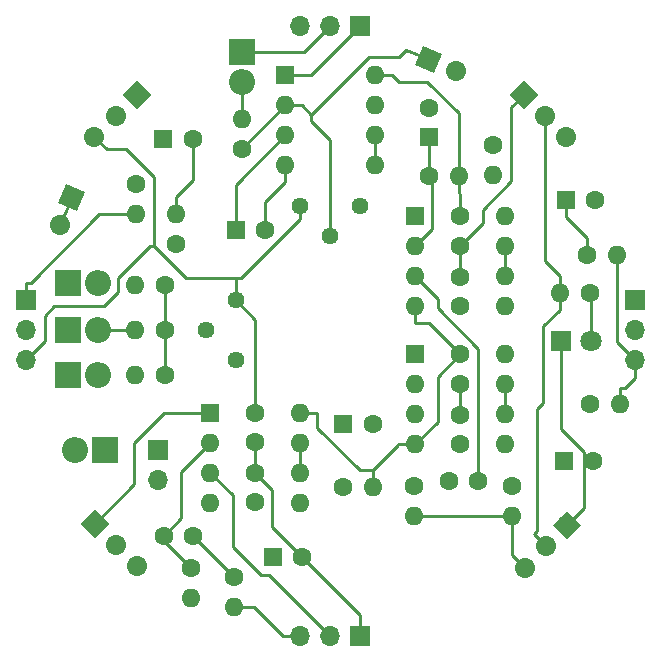
<source format=gbr>
G04 #@! TF.GenerationSoftware,KiCad,Pcbnew,5.0.2-bee76a0~70~ubuntu18.04.1*
G04 #@! TF.CreationDate,2019-07-07T08:40:30+02:00*
G04 #@! TF.ProjectId,neuromime_1.0.1,6e657572-6f6d-4696-9d65-5f312e302e31,rev?*
G04 #@! TF.SameCoordinates,Original*
G04 #@! TF.FileFunction,Copper,L1,Top*
G04 #@! TF.FilePolarity,Positive*
%FSLAX46Y46*%
G04 Gerber Fmt 4.6, Leading zero omitted, Abs format (unit mm)*
G04 Created by KiCad (PCBNEW 5.0.2-bee76a0~70~ubuntu18.04.1) date Sun 07 Jul 2019 08:40:30 AM CEST*
%MOMM*%
%LPD*%
G01*
G04 APERTURE LIST*
G04 #@! TA.AperFunction,ComponentPad*
%ADD10O,1.700000X1.700000*%
G04 #@! TD*
G04 #@! TA.AperFunction,ComponentPad*
%ADD11R,1.700000X1.700000*%
G04 #@! TD*
G04 #@! TA.AperFunction,ComponentPad*
%ADD12R,1.800000X1.800000*%
G04 #@! TD*
G04 #@! TA.AperFunction,ComponentPad*
%ADD13C,1.800000*%
G04 #@! TD*
G04 #@! TA.AperFunction,ComponentPad*
%ADD14R,2.200000X2.200000*%
G04 #@! TD*
G04 #@! TA.AperFunction,ComponentPad*
%ADD15O,2.200000X2.200000*%
G04 #@! TD*
G04 #@! TA.AperFunction,ComponentPad*
%ADD16C,1.700000*%
G04 #@! TD*
G04 #@! TA.AperFunction,Conductor*
%ADD17C,1.700000*%
G04 #@! TD*
G04 #@! TA.AperFunction,Conductor*
%ADD18C,0.150000*%
G04 #@! TD*
G04 #@! TA.AperFunction,ComponentPad*
%ADD19C,1.600000*%
G04 #@! TD*
G04 #@! TA.AperFunction,ComponentPad*
%ADD20R,1.600000X1.600000*%
G04 #@! TD*
G04 #@! TA.AperFunction,ComponentPad*
%ADD21O,1.600000X1.600000*%
G04 #@! TD*
G04 #@! TA.AperFunction,ComponentPad*
%ADD22C,1.440000*%
G04 #@! TD*
G04 #@! TA.AperFunction,Conductor*
%ADD23C,0.250000*%
G04 #@! TD*
G04 APERTURE END LIST*
D10*
G04 #@! TO.P,K1,3*
G04 #@! TO.N,VCC*
X147460000Y-24219000D03*
G04 #@! TO.P,K1,2*
G04 #@! TO.N,Net-(D1-Pad1)*
X150000000Y-24219000D03*
D11*
G04 #@! TO.P,K1,1*
G04 #@! TO.N,GND*
X152540000Y-24219000D03*
G04 #@! TD*
D12*
G04 #@! TO.P,D6,1*
G04 #@! TO.N,GND*
X169558000Y-50889000D03*
D13*
G04 #@! TO.P,D6,2*
G04 #@! TO.N,Net-(D6-Pad2)*
X172098000Y-50889000D03*
G04 #@! TD*
D14*
G04 #@! TO.P,D5,1*
G04 #@! TO.N,Net-(D5-Pad1)*
X130950000Y-60160000D03*
D15*
G04 #@! TO.P,D5,2*
G04 #@! TO.N,refractory*
X128410000Y-60160000D03*
G04 #@! TD*
D14*
G04 #@! TO.P,D4,1*
G04 #@! TO.N,Net-(D4-Pad1)*
X127775000Y-50000000D03*
D15*
G04 #@! TO.P,D4,2*
G04 #@! TO.N,Net-(D4-Pad2)*
X130315000Y-50000000D03*
G04 #@! TD*
G04 #@! TO.P,D3,2*
G04 #@! TO.N,Net-(D3-Pad2)*
X130315000Y-53810000D03*
D14*
G04 #@! TO.P,D3,1*
G04 #@! TO.N,Net-(D3-Pad1)*
X127775000Y-53810000D03*
G04 #@! TD*
D11*
G04 #@! TO.P,W3,1*
G04 #@! TO.N,Net-(D5-Pad1)*
X135395000Y-60160000D03*
D10*
G04 #@! TO.P,W3,2*
G04 #@! TO.N,Net-(P5-Pad2)*
X135395000Y-62700000D03*
G04 #@! TD*
D16*
G04 #@! TO.P,P2,3*
G04 #@! TO.N,VCC*
X169975102Y-33653102D03*
D17*
G04 #@! TD*
G04 #@! TO.N,VCC*
G04 #@! TO.C,P2*
X169975102Y-33653102D02*
X169975102Y-33653102D01*
D16*
G04 #@! TO.P,P2,2*
G04 #@! TO.N,Net-(P2-Pad2)*
X168179051Y-31857051D03*
D17*
G04 #@! TD*
G04 #@! TO.N,Net-(P2-Pad2)*
G04 #@! TO.C,P2*
X168179051Y-31857051D02*
X168179051Y-31857051D01*
D16*
G04 #@! TO.P,P2,1*
G04 #@! TO.N,GND*
X166383000Y-30061000D03*
D18*
G04 #@! TD*
G04 #@! TO.N,GND*
G04 #@! TO.C,P2*
G36*
X166383000Y-31263082D02*
X165180918Y-30061000D01*
X166383000Y-28858918D01*
X167585082Y-30061000D01*
X166383000Y-31263082D01*
X166383000Y-31263082D01*
G37*
D16*
G04 #@! TO.P,P4,3*
G04 #@! TO.N,VCC*
X166473898Y-70102102D03*
D17*
G04 #@! TD*
G04 #@! TO.N,VCC*
G04 #@! TO.C,P4*
X166473898Y-70102102D02*
X166473898Y-70102102D01*
D16*
G04 #@! TO.P,P4,2*
G04 #@! TO.N,Net-(P2-Pad2)*
X168269949Y-68306051D03*
D17*
G04 #@! TD*
G04 #@! TO.N,Net-(P2-Pad2)*
G04 #@! TO.C,P4*
X168269949Y-68306051D02*
X168269949Y-68306051D01*
D16*
G04 #@! TO.P,P4,1*
G04 #@! TO.N,GND*
X170066000Y-66510000D03*
D18*
G04 #@! TD*
G04 #@! TO.N,GND*
G04 #@! TO.C,P4*
G36*
X168863918Y-66510000D02*
X170066000Y-65307918D01*
X171268082Y-66510000D01*
X170066000Y-67712082D01*
X168863918Y-66510000D01*
X168863918Y-66510000D01*
G37*
D19*
G04 #@! TO.P,C4,2*
G04 #@! TO.N,GND*
X138340000Y-33807500D03*
D20*
G04 #@! TO.P,C4,1*
G04 #@! TO.N,refractory*
X135840000Y-33807500D03*
G04 #@! TD*
D16*
G04 #@! TO.P,K2,3*
G04 #@! TO.N,VCC*
X130024898Y-33653102D03*
D17*
G04 #@! TD*
G04 #@! TO.N,VCC*
G04 #@! TO.C,K2*
X130024898Y-33653102D02*
X130024898Y-33653102D01*
D16*
G04 #@! TO.P,K2,2*
G04 #@! TO.N,Net-(D2-Pad1)*
X131820949Y-31857051D03*
D17*
G04 #@! TD*
G04 #@! TO.N,Net-(D2-Pad1)*
G04 #@! TO.C,K2*
X131820949Y-31857051D02*
X131820949Y-31857051D01*
D16*
G04 #@! TO.P,K2,1*
G04 #@! TO.N,GND*
X133617000Y-30061000D03*
D18*
G04 #@! TD*
G04 #@! TO.N,GND*
G04 #@! TO.C,K2*
G36*
X132414918Y-30061000D02*
X133617000Y-28858918D01*
X134819082Y-30061000D01*
X133617000Y-31263082D01*
X132414918Y-30061000D01*
X132414918Y-30061000D01*
G37*
D21*
G04 #@! TO.P,R2,2*
G04 #@! TO.N,Net-(D2-Pad2)*
X133490000Y-46190000D03*
D19*
G04 #@! TO.P,R2,1*
G04 #@! TO.N,Net-(C5-Pad1)*
X136030000Y-46190000D03*
G04 #@! TD*
D20*
G04 #@! TO.P,U4,1*
G04 #@! TO.N,GND*
X139840000Y-56985000D03*
D21*
G04 #@! TO.P,U4,5*
G04 #@! TO.N,Net-(C16-Pad1)*
X147460000Y-64605000D03*
G04 #@! TO.P,U4,2*
G04 #@! TO.N,Net-(C11-Pad1)*
X139840000Y-59525000D03*
G04 #@! TO.P,U4,6*
G04 #@! TO.N,Net-(C17-Pad1)*
X147460000Y-62065000D03*
G04 #@! TO.P,U4,3*
G04 #@! TO.N,Net-(P5-Pad2)*
X139840000Y-62065000D03*
G04 #@! TO.P,U4,7*
G04 #@! TO.N,Net-(C17-Pad1)*
X147460000Y-59525000D03*
G04 #@! TO.P,U4,4*
G04 #@! TO.N,VCC*
X139840000Y-64605000D03*
G04 #@! TO.P,U4,8*
X147460000Y-56985000D03*
G04 #@! TD*
D20*
G04 #@! TO.P,C14,1*
G04 #@! TO.N,Net-(C14-Pad1)*
X169748000Y-61049000D03*
D19*
G04 #@! TO.P,C14,2*
G04 #@! TO.N,GND*
X172248000Y-61049000D03*
G04 #@! TD*
G04 #@! TO.P,R14,1*
G04 #@! TO.N,Net-(C14-Pad1)*
X171971000Y-56286500D03*
D21*
G04 #@! TO.P,R14,2*
G04 #@! TO.N,VCC*
X174511000Y-56286500D03*
G04 #@! TD*
D19*
G04 #@! TO.P,C11,1*
G04 #@! TO.N,Net-(C11-Pad1)*
X135880000Y-67399000D03*
G04 #@! TO.P,C11,2*
G04 #@! TO.N,Net-(C10-Pad2)*
X138380000Y-67399000D03*
G04 #@! TD*
G04 #@! TO.P,C12,2*
G04 #@! TO.N,GND*
X160986000Y-54532000D03*
G04 #@! TO.P,C12,1*
G04 #@! TO.N,VCC*
X160986000Y-52032000D03*
G04 #@! TD*
G04 #@! TO.P,C13,2*
G04 #@! TO.N,GND*
X160986000Y-42848000D03*
G04 #@! TO.P,C13,1*
G04 #@! TO.N,VCC*
X160986000Y-40348000D03*
G04 #@! TD*
G04 #@! TO.P,C15,1*
G04 #@! TO.N,Net-(C15-Pad1)*
X160986000Y-59652000D03*
G04 #@! TO.P,C15,2*
G04 #@! TO.N,GND*
X160986000Y-57152000D03*
G04 #@! TD*
G04 #@! TO.P,C16,1*
G04 #@! TO.N,Net-(C16-Pad1)*
X143650000Y-64565000D03*
G04 #@! TO.P,C16,2*
G04 #@! TO.N,GND*
X143650000Y-62065000D03*
G04 #@! TD*
G04 #@! TO.P,C17,2*
G04 #@! TO.N,GND*
X153580000Y-57937500D03*
D20*
G04 #@! TO.P,C17,1*
G04 #@! TO.N,Net-(C17-Pad1)*
X151080000Y-57937500D03*
G04 #@! TD*
G04 #@! TO.P,U1,1*
G04 #@! TO.N,GND*
X146190000Y-28410000D03*
D21*
G04 #@! TO.P,U1,5*
G04 #@! TO.N,Net-(U1-Pad5)*
X153810000Y-36030000D03*
G04 #@! TO.P,U1,2*
G04 #@! TO.N,refractory*
X146190000Y-30950000D03*
G04 #@! TO.P,U1,6*
G04 #@! TO.N,Net-(U1-Pad5)*
X153810000Y-33490000D03*
G04 #@! TO.P,U1,3*
G04 #@! TO.N,Net-(C5-Pad1)*
X146190000Y-33490000D03*
G04 #@! TO.P,U1,7*
G04 #@! TO.N,Net-(C6-Pad2)*
X153810000Y-30950000D03*
G04 #@! TO.P,U1,4*
G04 #@! TO.N,GND*
X146190000Y-36030000D03*
G04 #@! TO.P,U1,8*
G04 #@! TO.N,VCC*
X153810000Y-28410000D03*
G04 #@! TD*
G04 #@! TO.P,U2,8*
G04 #@! TO.N,VCC*
X164796000Y-40348000D03*
G04 #@! TO.P,U2,4*
X157176000Y-47968000D03*
G04 #@! TO.P,U2,7*
G04 #@! TO.N,Net-(C8-Pad1)*
X164796000Y-42888000D03*
G04 #@! TO.P,U2,3*
G04 #@! TO.N,Net-(C10-Pad2)*
X157176000Y-45428000D03*
G04 #@! TO.P,U2,6*
G04 #@! TO.N,Net-(C8-Pad1)*
X164796000Y-45428000D03*
G04 #@! TO.P,U2,2*
G04 #@! TO.N,Net-(C6-Pad1)*
X157176000Y-42888000D03*
G04 #@! TO.P,U2,5*
G04 #@! TO.N,Net-(C9-Pad1)*
X164796000Y-47968000D03*
D20*
G04 #@! TO.P,U2,1*
G04 #@! TO.N,GND*
X157176000Y-40348000D03*
G04 #@! TD*
G04 #@! TO.P,U3,1*
G04 #@! TO.N,GND*
X157176000Y-52032000D03*
D21*
G04 #@! TO.P,U3,5*
G04 #@! TO.N,Net-(C15-Pad1)*
X164796000Y-59652000D03*
G04 #@! TO.P,U3,2*
G04 #@! TO.N,Net-(C10-Pad1)*
X157176000Y-54572000D03*
G04 #@! TO.P,U3,6*
G04 #@! TO.N,Net-(C14-Pad1)*
X164796000Y-57112000D03*
G04 #@! TO.P,U3,3*
G04 #@! TO.N,Net-(P2-Pad2)*
X157176000Y-57112000D03*
G04 #@! TO.P,U3,7*
G04 #@! TO.N,Net-(C14-Pad1)*
X164796000Y-54572000D03*
G04 #@! TO.P,U3,4*
G04 #@! TO.N,VCC*
X157176000Y-59652000D03*
G04 #@! TO.P,U3,8*
X164796000Y-52032000D03*
G04 #@! TD*
G04 #@! TO.P,R12,2*
G04 #@! TO.N,VCC*
X157048000Y-65748000D03*
D19*
G04 #@! TO.P,R12,1*
G04 #@! TO.N,Net-(C10-Pad1)*
X157048000Y-63208000D03*
G04 #@! TD*
D22*
G04 #@! TO.P,RV1,3*
G04 #@! TO.N,VCC*
X147460000Y-39522500D03*
G04 #@! TO.P,RV1,2*
G04 #@! TO.N,refractory*
X150000000Y-42062500D03*
G04 #@! TO.P,RV1,1*
G04 #@! TO.N,GND*
X152540000Y-39522500D03*
G04 #@! TD*
D19*
G04 #@! TO.P,R4,1*
G04 #@! TO.N,Net-(C5-Pad1)*
X136030000Y-50000000D03*
D21*
G04 #@! TO.P,R4,2*
G04 #@! TO.N,Net-(D4-Pad2)*
X133490000Y-50000000D03*
G04 #@! TD*
D11*
G04 #@! TO.P,K4,1*
G04 #@! TO.N,GND*
X124219000Y-47460000D03*
D10*
G04 #@! TO.P,K4,2*
G04 #@! TO.N,Net-(D4-Pad1)*
X124219000Y-50000000D03*
G04 #@! TO.P,K4,3*
G04 #@! TO.N,VCC*
X124219000Y-52540000D03*
G04 #@! TD*
D20*
G04 #@! TO.P,C5,1*
G04 #@! TO.N,Net-(C5-Pad1)*
X141999000Y-41491000D03*
D19*
G04 #@! TO.P,C5,2*
G04 #@! TO.N,GND*
X144499000Y-41491000D03*
G04 #@! TD*
G04 #@! TO.P,R13,1*
G04 #@! TO.N,Net-(C11-Pad1)*
X138189000Y-70129500D03*
D21*
G04 #@! TO.P,R13,2*
G04 #@! TO.N,VCC*
X138189000Y-72669500D03*
G04 #@! TD*
D20*
G04 #@! TO.P,C1,1*
G04 #@! TO.N,VCC*
X145110000Y-69177000D03*
D19*
G04 #@! TO.P,C1,2*
G04 #@! TO.N,GND*
X147610000Y-69177000D03*
G04 #@! TD*
G04 #@! TO.P,R10,1*
G04 #@! TO.N,Net-(C10-Pad2)*
X165367000Y-63208000D03*
D21*
G04 #@! TO.P,R10,2*
G04 #@! TO.N,VCC*
X165367000Y-65748000D03*
G04 #@! TD*
G04 #@! TO.P,R15,2*
G04 #@! TO.N,Net-(P2-Pad2)*
X169431000Y-46825000D03*
D19*
G04 #@! TO.P,R15,1*
G04 #@! TO.N,Net-(D6-Pad2)*
X171971000Y-46825000D03*
G04 #@! TD*
D22*
G04 #@! TO.P,RV2,1*
G04 #@! TO.N,GND*
X141999000Y-52540000D03*
G04 #@! TO.P,RV2,2*
G04 #@! TO.N,Net-(C5-Pad1)*
X139459000Y-50000000D03*
G04 #@! TO.P,RV2,3*
G04 #@! TO.N,VCC*
X141999000Y-47460000D03*
G04 #@! TD*
D11*
G04 #@! TO.P,P5,1*
G04 #@! TO.N,GND*
X152540000Y-75908000D03*
D10*
G04 #@! TO.P,P5,2*
G04 #@! TO.N,Net-(P5-Pad2)*
X150000000Y-75908000D03*
G04 #@! TO.P,P5,3*
G04 #@! TO.N,VCC*
X147460000Y-75908000D03*
G04 #@! TD*
D19*
G04 #@! TO.P,C7,2*
G04 #@! TO.N,GND*
X143650000Y-59485000D03*
G04 #@! TO.P,C7,1*
G04 #@! TO.N,VCC*
X143650000Y-56985000D03*
G04 #@! TD*
G04 #@! TO.P,C8,2*
G04 #@! TO.N,GND*
X172439000Y-38951000D03*
D20*
G04 #@! TO.P,C8,1*
G04 #@! TO.N,Net-(C8-Pad1)*
X169939000Y-38951000D03*
G04 #@! TD*
D19*
G04 #@! TO.P,C9,1*
G04 #@! TO.N,Net-(C9-Pad1)*
X160986000Y-47968000D03*
G04 #@! TO.P,C9,2*
G04 #@! TO.N,GND*
X160986000Y-45468000D03*
G04 #@! TD*
G04 #@! TO.P,C10,1*
G04 #@! TO.N,Net-(C10-Pad1)*
X160033000Y-62763500D03*
G04 #@! TO.P,C10,2*
G04 #@! TO.N,Net-(C10-Pad2)*
X162533000Y-62763500D03*
G04 #@! TD*
D21*
G04 #@! TO.P,R1,2*
G04 #@! TO.N,Net-(D1-Pad2)*
X142520000Y-32139500D03*
D19*
G04 #@! TO.P,R1,1*
G04 #@! TO.N,refractory*
X142520000Y-34679500D03*
G04 #@! TD*
G04 #@! TO.P,R3,1*
G04 #@! TO.N,Net-(C5-Pad1)*
X136030000Y-53810000D03*
D21*
G04 #@! TO.P,R3,2*
G04 #@! TO.N,Net-(D3-Pad2)*
X133490000Y-53810000D03*
G04 #@! TD*
G04 #@! TO.P,R11,2*
G04 #@! TO.N,VCC*
X141872000Y-73431500D03*
D19*
G04 #@! TO.P,R11,1*
G04 #@! TO.N,Net-(C10-Pad2)*
X141872000Y-70891500D03*
G04 #@! TD*
D16*
G04 #@! TO.P,W1,1*
G04 #@! TO.N,refractory*
X158318000Y-27076500D03*
D18*
G04 #@! TD*
G04 #@! TO.N,refractory*
G04 #@! TO.C,W1*
G36*
X158787691Y-28183022D02*
X157211478Y-27546191D01*
X157848309Y-25969978D01*
X159424522Y-26606809D01*
X158787691Y-28183022D01*
X158787691Y-28183022D01*
G37*
D16*
G04 #@! TO.P,W1,2*
G04 #@! TO.N,refractory*
X160673047Y-28028001D03*
D17*
G04 #@! TD*
G04 #@! TO.N,refractory*
G04 #@! TO.C,W1*
X160673047Y-28028001D02*
X160673047Y-28028001D01*
D19*
G04 #@! TO.P,R16,1*
G04 #@! TO.N,Net-(C17-Pad1)*
X151080000Y-63271500D03*
D21*
G04 #@! TO.P,R16,2*
G04 #@! TO.N,VCC*
X153620000Y-63271500D03*
G04 #@! TD*
D14*
G04 #@! TO.P,D2,1*
G04 #@! TO.N,Net-(D2-Pad1)*
X127775000Y-45999500D03*
D15*
G04 #@! TO.P,D2,2*
G04 #@! TO.N,Net-(D2-Pad2)*
X130315000Y-45999500D03*
G04 #@! TD*
G04 #@! TO.P,D1,2*
G04 #@! TO.N,Net-(D1-Pad2)*
X142520000Y-28964500D03*
D14*
G04 #@! TO.P,D1,1*
G04 #@! TO.N,Net-(D1-Pad1)*
X142520000Y-26424500D03*
G04 #@! TD*
D21*
G04 #@! TO.P,R9,2*
G04 #@! TO.N,VCC*
X174257000Y-43650000D03*
D19*
G04 #@! TO.P,R9,1*
G04 #@! TO.N,Net-(C8-Pad1)*
X171717000Y-43650000D03*
G04 #@! TD*
D11*
G04 #@! TO.P,P3,1*
G04 #@! TO.N,GND*
X175781000Y-47460000D03*
D10*
G04 #@! TO.P,P3,2*
G04 #@! TO.N,Net-(P2-Pad2)*
X175781000Y-50000000D03*
G04 #@! TO.P,P3,3*
G04 #@! TO.N,VCC*
X175781000Y-52540000D03*
G04 #@! TD*
D16*
G04 #@! TO.P,W2,2*
G04 #@! TO.N,Net-(C5-Pad1)*
X127140499Y-41115547D03*
D17*
G04 #@! TD*
G04 #@! TO.N,Net-(C5-Pad1)*
G04 #@! TO.C,W2*
X127140499Y-41115547D02*
X127140499Y-41115547D01*
D16*
G04 #@! TO.P,W2,1*
G04 #@! TO.N,Net-(C5-Pad1)*
X128092000Y-38760500D03*
D18*
G04 #@! TD*
G04 #@! TO.N,Net-(C5-Pad1)*
G04 #@! TO.C,W2*
G36*
X126985478Y-39230191D02*
X127622309Y-37653978D01*
X129198522Y-38290809D01*
X128561691Y-39867022D01*
X126985478Y-39230191D01*
X126985478Y-39230191D01*
G37*
D20*
G04 #@! TO.P,C6,1*
G04 #@! TO.N,Net-(C6-Pad1)*
X158382000Y-33680500D03*
D19*
G04 #@! TO.P,C6,2*
G04 #@! TO.N,Net-(C6-Pad2)*
X158382000Y-31180500D03*
G04 #@! TD*
D21*
G04 #@! TO.P,R5,2*
G04 #@! TO.N,GND*
X133554000Y-40157500D03*
D19*
G04 #@! TO.P,R5,1*
G04 #@! TO.N,refractory*
X133554000Y-37617500D03*
G04 #@! TD*
G04 #@! TO.P,R7,1*
G04 #@! TO.N,Net-(C6-Pad2)*
X163780000Y-34315500D03*
D21*
G04 #@! TO.P,R7,2*
G04 #@! TO.N,VCC*
X163780000Y-36855500D03*
G04 #@! TD*
D19*
G04 #@! TO.P,R8,1*
G04 #@! TO.N,Net-(C6-Pad1)*
X158318000Y-36919000D03*
D21*
G04 #@! TO.P,R8,2*
G04 #@! TO.N,VCC*
X160858000Y-36919000D03*
G04 #@! TD*
D16*
G04 #@! TO.P,K3,1*
G04 #@! TO.N,GND*
X130061000Y-66383000D03*
D18*
G04 #@! TD*
G04 #@! TO.N,GND*
G04 #@! TO.C,K3*
G36*
X130061000Y-67585082D02*
X128858918Y-66383000D01*
X130061000Y-65180918D01*
X131263082Y-66383000D01*
X130061000Y-67585082D01*
X130061000Y-67585082D01*
G37*
D16*
G04 #@! TO.P,K3,2*
G04 #@! TO.N,Net-(D3-Pad1)*
X131857051Y-68179051D03*
D17*
G04 #@! TD*
G04 #@! TO.N,Net-(D3-Pad1)*
G04 #@! TO.C,K3*
X131857051Y-68179051D02*
X131857051Y-68179051D01*
D16*
G04 #@! TO.P,K3,3*
G04 #@! TO.N,VCC*
X133653102Y-69975102D03*
D17*
G04 #@! TD*
G04 #@! TO.N,VCC*
G04 #@! TO.C,K3*
X133653102Y-69975102D02*
X133653102Y-69975102D01*
D21*
G04 #@! TO.P,R6,2*
G04 #@! TO.N,GND*
X136919000Y-40157500D03*
D19*
G04 #@! TO.P,R6,1*
G04 #@! TO.N,Net-(C5-Pad1)*
X136919000Y-42697500D03*
G04 #@! TD*
D23*
G04 #@! TO.N,GND*
X139840000Y-56985000D02*
X135961400Y-56985000D01*
X135961400Y-56985000D02*
X133389300Y-59557100D01*
X133389300Y-59557100D02*
X133389300Y-63054700D01*
X133389300Y-63054700D02*
X130061000Y-66383000D01*
X143650000Y-62065000D02*
X145075200Y-63490200D01*
X145075200Y-63490200D02*
X145075200Y-66642200D01*
X145075200Y-66642200D02*
X147610000Y-69177000D01*
X143650000Y-59485000D02*
X143650000Y-62065000D01*
X124219000Y-47460000D02*
X124219000Y-45984900D01*
X133554000Y-40157500D02*
X130450900Y-40157500D01*
X130450900Y-40157500D02*
X124623500Y-45984900D01*
X124623500Y-45984900D02*
X124219000Y-45984900D01*
X171523000Y-61049000D02*
X171523000Y-65053000D01*
X171523000Y-65053000D02*
X170066000Y-66510000D01*
X169558000Y-50889000D02*
X169558000Y-58359000D01*
X169558000Y-58359000D02*
X171523000Y-60324000D01*
X171523000Y-60324000D02*
X171523000Y-61049000D01*
X171523000Y-61049000D02*
X172248000Y-61049000D01*
X160986000Y-45468000D02*
X160986000Y-42848000D01*
X136919000Y-40157500D02*
X136919000Y-38732400D01*
X136919000Y-38732400D02*
X138340000Y-37311400D01*
X138340000Y-37311400D02*
X138340000Y-33807500D01*
X166383000Y-30061000D02*
X165340000Y-31104000D01*
X165340000Y-31104000D02*
X165340000Y-31104100D01*
X165340000Y-31104100D02*
X165340000Y-37375200D01*
X165340000Y-37375200D02*
X162891000Y-39824200D01*
X162891000Y-39824200D02*
X162891000Y-40943000D01*
X162891000Y-40943000D02*
X160986000Y-42848000D01*
X146190000Y-28410000D02*
X148349000Y-28410000D01*
X148349000Y-28410000D02*
X152540000Y-24219000D01*
X146190000Y-36030000D02*
X146190000Y-37455100D01*
X144499000Y-41491000D02*
X144499000Y-39146100D01*
X144499000Y-39146100D02*
X146190000Y-37455100D01*
X152540000Y-75908000D02*
X152540000Y-74107000D01*
X152540000Y-74107000D02*
X147610000Y-69177000D01*
X160986000Y-54532000D02*
X160986000Y-57152000D01*
G04 #@! TO.N,VCC*
X135041100Y-42884700D02*
X135041100Y-37068300D01*
X135041100Y-37068300D02*
X132668900Y-34696100D01*
X132668900Y-34696100D02*
X131068000Y-34696100D01*
X141999000Y-45603700D02*
X137760100Y-45603700D01*
X137760100Y-45603700D02*
X135041100Y-42884700D01*
X124219000Y-52540000D02*
X125860800Y-50898200D01*
X125860800Y-50898200D02*
X125860800Y-48766700D01*
X125860800Y-48766700D02*
X126640000Y-47987500D01*
X126640000Y-47987500D02*
X130813500Y-47987500D01*
X130813500Y-47987500D02*
X132052500Y-46748500D01*
X132052500Y-46748500D02*
X132052500Y-45596100D01*
X132052500Y-45596100D02*
X134763900Y-42884700D01*
X134763900Y-42884700D02*
X135041100Y-42884700D01*
X130024900Y-33653100D02*
X131068000Y-34696100D01*
X147460000Y-39522500D02*
X147460000Y-40606800D01*
X147460000Y-40606800D02*
X142463100Y-45603700D01*
X142463100Y-45603700D02*
X141999000Y-45603700D01*
X141999000Y-45603700D02*
X141999000Y-47460000D01*
X143650000Y-56985000D02*
X143650000Y-49111000D01*
X143650000Y-49111000D02*
X141999000Y-47460000D01*
X160858000Y-36919000D02*
X160858000Y-38344100D01*
X160858000Y-38344100D02*
X160986000Y-38472100D01*
X160986000Y-38472100D02*
X160986000Y-40348000D01*
X160858000Y-36919000D02*
X160858000Y-31629800D01*
X160858000Y-31629800D02*
X158228700Y-29000500D01*
X158228700Y-29000500D02*
X155825600Y-29000500D01*
X155825600Y-29000500D02*
X155235100Y-28410000D01*
X147460000Y-75908000D02*
X145984900Y-75908000D01*
X141872000Y-73431500D02*
X143508400Y-73431500D01*
X143508400Y-73431500D02*
X145984900Y-75908000D01*
X174257000Y-43650000D02*
X174257000Y-51016000D01*
X174257000Y-51016000D02*
X175781000Y-52540000D01*
X174511000Y-56286500D02*
X174511000Y-54861400D01*
X175781000Y-52540000D02*
X175781000Y-54015100D01*
X175781000Y-54015100D02*
X174934700Y-54861400D01*
X174934700Y-54861400D02*
X174511000Y-54861400D01*
X157176000Y-59652000D02*
X155750900Y-59652000D01*
X155750900Y-59652000D02*
X155750900Y-59715500D01*
X155750900Y-59715500D02*
X153620000Y-61846400D01*
X160986000Y-52032000D02*
X159081000Y-53937000D01*
X159081000Y-53937000D02*
X159081000Y-57747000D01*
X159081000Y-57747000D02*
X157176000Y-59652000D01*
X153810000Y-28410000D02*
X155235100Y-28410000D01*
X165367000Y-65748000D02*
X158473100Y-65748000D01*
X157048000Y-65748000D02*
X158473100Y-65748000D01*
X165367000Y-65748000D02*
X165367000Y-68995200D01*
X165367000Y-68995200D02*
X166473900Y-70102100D01*
X147460000Y-56985000D02*
X148885100Y-56985000D01*
X153620000Y-63271500D02*
X153620000Y-61846400D01*
X148885100Y-56985000D02*
X148885100Y-58247800D01*
X148885100Y-58247800D02*
X152483700Y-61846400D01*
X152483700Y-61846400D02*
X153620000Y-61846400D01*
X157176000Y-49393100D02*
X158347100Y-49393100D01*
X158347100Y-49393100D02*
X160986000Y-52032000D01*
X157176000Y-47968000D02*
X157176000Y-49393100D01*
G04 #@! TO.N,refractory*
X148410200Y-31745000D02*
X153249400Y-26905800D01*
X153249400Y-26905800D02*
X155792600Y-26905800D01*
X155792600Y-26905800D02*
X156397700Y-26300700D01*
X150000000Y-42062500D02*
X150000000Y-33876000D01*
X150000000Y-33876000D02*
X148410100Y-32286100D01*
X148410100Y-32286100D02*
X148410100Y-31745100D01*
X148410100Y-31745100D02*
X148410200Y-31745000D01*
X148410200Y-31745000D02*
X147615100Y-30950000D01*
X146190000Y-30950000D02*
X147615100Y-30950000D01*
X158318000Y-27076500D02*
X156397700Y-26300700D01*
X146190000Y-30950000D02*
X142520000Y-34620000D01*
X142520000Y-34620000D02*
X142520000Y-34679500D01*
G04 #@! TO.N,Net-(C5-Pad1)*
X141999000Y-41491000D02*
X141999000Y-37681000D01*
X141999000Y-37681000D02*
X146190000Y-33490000D01*
X128092000Y-38760500D02*
X127316200Y-40680800D01*
X127316200Y-40680800D02*
X127316100Y-40680800D01*
X127316100Y-40680800D02*
X127140500Y-40856400D01*
X127140500Y-40856400D02*
X127140500Y-41115500D01*
X136030000Y-50000000D02*
X136030000Y-46190000D01*
X136030000Y-53810000D02*
X136030000Y-50000000D01*
G04 #@! TO.N,Net-(C6-Pad1)*
X158382000Y-33680500D02*
X158382000Y-35105600D01*
X158382000Y-35105600D02*
X158318000Y-35169600D01*
X158318000Y-35169600D02*
X158318000Y-36919000D01*
X157176000Y-42888000D02*
X158629100Y-41434900D01*
X158629100Y-41434900D02*
X158629100Y-37230100D01*
X158629100Y-37230100D02*
X158318000Y-36919000D01*
G04 #@! TO.N,Net-(C8-Pad1)*
X169939000Y-38951000D02*
X169939000Y-40376100D01*
X171717000Y-43650000D02*
X171717000Y-42154100D01*
X171717000Y-42154100D02*
X169939000Y-40376100D01*
X164796000Y-45428000D02*
X164796000Y-42888000D01*
G04 #@! TO.N,Net-(C10-Pad2)*
X138380000Y-67399000D02*
X141872000Y-70891000D01*
X141872000Y-70891000D02*
X141872000Y-70891500D01*
X157176000Y-45428000D02*
X159081000Y-47333000D01*
X159081000Y-47333000D02*
X159081000Y-48111300D01*
X159081000Y-48111300D02*
X162533000Y-51563300D01*
X162533000Y-51563300D02*
X162533000Y-62763500D01*
G04 #@! TO.N,Net-(C11-Pad1)*
X135880000Y-67399000D02*
X137377200Y-65901800D01*
X137377200Y-65901800D02*
X137377200Y-61987800D01*
X137377200Y-61987800D02*
X139840000Y-59525000D01*
X138189000Y-70129500D02*
X135880000Y-67820500D01*
X135880000Y-67820500D02*
X135880000Y-67399000D01*
G04 #@! TO.N,Net-(C17-Pad1)*
X147460000Y-59525000D02*
X147460000Y-62065000D01*
G04 #@! TO.N,Net-(D1-Pad2)*
X142520000Y-32139500D02*
X142520000Y-28964500D01*
G04 #@! TO.N,Net-(D1-Pad1)*
X142520000Y-26424500D02*
X147794500Y-26424500D01*
X147794500Y-26424500D02*
X150000000Y-24219000D01*
G04 #@! TO.N,Net-(D4-Pad2)*
X133490000Y-50000000D02*
X130315000Y-50000000D01*
G04 #@! TO.N,Net-(D6-Pad2)*
X171971000Y-46825000D02*
X172098000Y-46952000D01*
X172098000Y-46952000D02*
X172098000Y-50889000D01*
G04 #@! TO.N,Net-(P2-Pad2)*
X169431000Y-46825000D02*
X169431000Y-45399900D01*
X169431000Y-45399900D02*
X168179100Y-44148000D01*
X168179100Y-44148000D02*
X168179100Y-31857100D01*
X169431000Y-47537500D02*
X169431000Y-46825000D01*
X169431000Y-47537500D02*
X169431000Y-48250100D01*
X169431000Y-48250100D02*
X168027500Y-49653600D01*
X168027500Y-49653600D02*
X168027500Y-56132300D01*
X168027500Y-56132300D02*
X167464900Y-56694900D01*
X167464900Y-56694900D02*
X167464900Y-67025000D01*
X167464900Y-67025000D02*
X167226900Y-67263000D01*
X168269900Y-68306100D02*
X167226900Y-67263000D01*
G04 #@! TO.N,Net-(P5-Pad2)*
X150000000Y-75908000D02*
X144780700Y-70688700D01*
X144780700Y-70688700D02*
X144095700Y-70688700D01*
X144095700Y-70688700D02*
X141745000Y-68338000D01*
X141745000Y-68338000D02*
X141745000Y-63970000D01*
X141745000Y-63970000D02*
X139840000Y-62065000D01*
G04 #@! TO.N,Net-(U1-Pad5)*
X153810000Y-33490000D02*
X153810000Y-36030000D01*
G04 #@! TO.N,Net-(C14-Pad1)*
X164796000Y-54572000D02*
X164796000Y-57112000D01*
G04 #@! TD*
M02*

</source>
